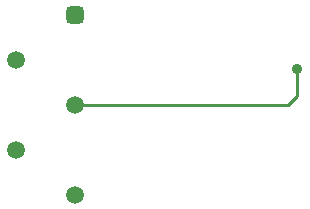
<source format=gbl>
G04*
G04 #@! TF.GenerationSoftware,Altium Limited,Altium Designer,24.9.1 (31)*
G04*
G04 Layer_Physical_Order=2*
G04 Layer_Color=16711680*
%FSLAX44Y44*%
%MOMM*%
G71*
G04*
G04 #@! TF.SameCoordinates,469D3FAF-4634-46EC-B0C0-F224D0B9B898*
G04*
G04*
G04 #@! TF.FilePolarity,Positive*
G04*
G01*
G75*
%ADD10C,0.2540*%
%ADD21C,1.5000*%
G04:AMPARAMS|DCode=22|XSize=1.5mm|YSize=1.5mm|CornerRadius=0.375mm|HoleSize=0mm|Usage=FLASHONLY|Rotation=90.000|XOffset=0mm|YOffset=0mm|HoleType=Round|Shape=RoundedRectangle|*
%AMROUNDEDRECTD22*
21,1,1.5000,0.7500,0,0,90.0*
21,1,0.7500,1.5000,0,0,90.0*
1,1,0.7500,0.3750,0.3750*
1,1,0.7500,0.3750,-0.3750*
1,1,0.7500,-0.3750,-0.3750*
1,1,0.7500,-0.3750,0.3750*
%
%ADD22ROUNDEDRECTD22*%
%ADD23C,0.8890*%
D10*
X266700Y121920D02*
X274320Y129540D01*
Y152400D01*
X86360Y121920D02*
X266700D01*
D21*
X86360Y45720D02*
D03*
X36360Y160020D02*
D03*
X86360Y121920D02*
D03*
X36360Y83820D02*
D03*
D22*
X86360Y198120D02*
D03*
D23*
X274320Y152400D02*
D03*
M02*

</source>
